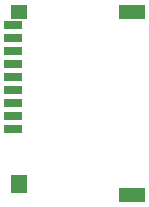
<source format=gbr>
G04 #@! TF.FileFunction,Paste,Bot*
%FSLAX46Y46*%
G04 Gerber Fmt 4.6, Leading zero omitted, Abs format (unit mm)*
G04 Created by KiCad (PCBNEW 4.0.7) date Thu Feb 22 23:31:33 2018*
%MOMM*%
%LPD*%
G01*
G04 APERTURE LIST*
%ADD10C,0.020000*%
%ADD11R,2.200000X1.200000*%
%ADD12R,1.400000X1.600000*%
%ADD13R,1.400000X1.200000*%
%ADD14R,1.600000X0.700000*%
G04 APERTURE END LIST*
D10*
D11*
X108693000Y-80711500D03*
X108693000Y-65211500D03*
D12*
X99093000Y-79811500D03*
D13*
X99093000Y-65211500D03*
D14*
X98593000Y-66361500D03*
X98593000Y-68561500D03*
X98593000Y-67461500D03*
X98593000Y-69661500D03*
X98593000Y-70761500D03*
X98593000Y-71861500D03*
X98593000Y-75161500D03*
X98593000Y-74061500D03*
X98593000Y-72961500D03*
M02*

</source>
